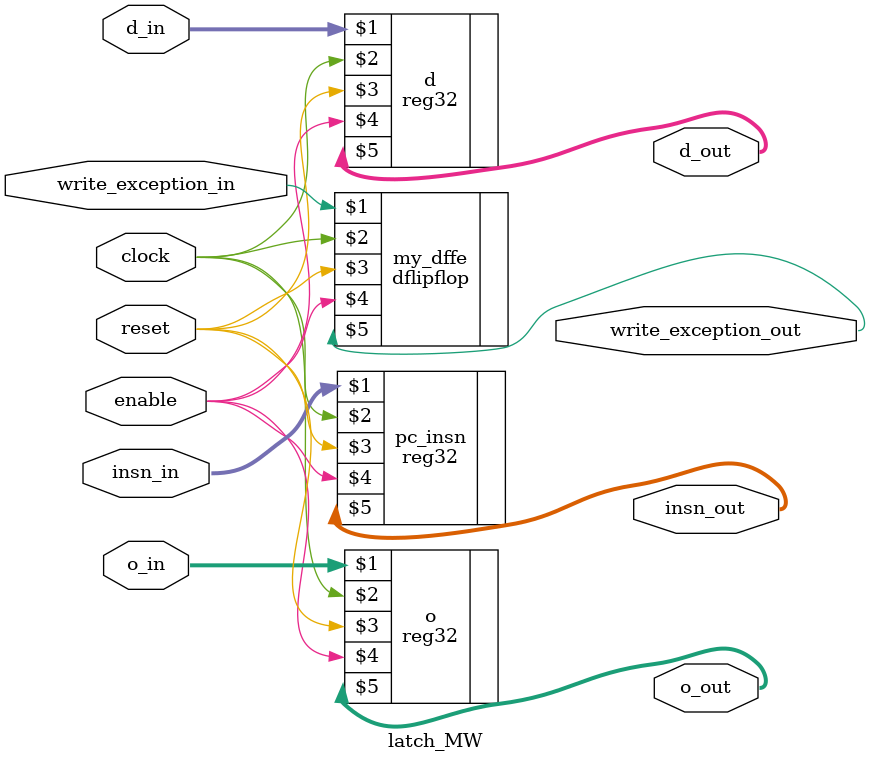
<source format=v>
module latch_PC(clock, reset, enable, pc_in, pc_out);

	input [31:0] pc_in;
	input clock, reset, enable;
	output [31:0] pc_out;
	
	reg32_neg pc(pc_in, clock, reset, enable, pc_out);

endmodule


module latch_FD(clock, reset, enable, pc_in, insn_in, pc_out, insn_out);

	input  [31:0] insn_in, pc_in;
	input  clock, reset, enable;
	output [31:0] pc_out, insn_out;
	
	reg32 pc_address(pc_in, clock, reset, enable, pc_out);
	reg32 pc_insn(insn_in, clock, reset, enable, insn_out);


endmodule

module latch_DX(clock, reset, enable, pc_in, insn_in, pc_out, insn_out, a_in, b_in, a_out, b_out);
	
	input  [31:0]  pc_in, insn_in, a_in, b_in;
	input  clock, reset, enable;
	output [31:0] pc_out, insn_out, a_out, b_out;
	
	reg32 pc_address(pc_in, clock, reset, enable, pc_out);
	reg32 pc_insn(insn_in, clock, reset, enable, insn_out);
	
	reg32 data_regA(a_in, clock, reset, enable, a_out);
	reg32 data_regB(b_in, clock, reset, enable, b_out);

endmodule

module latch_XM(clock, reset,  enable, write_exception_in, write_exception_out, insn_in, insn_out, o_in, b_in, o_out, b_out);

	input  [31:0] insn_in, o_in, b_in;
	input  clock, reset, enable, write_exception_in;
	output [31:0] insn_out, o_out, b_out;
	output write_exception_out;
	
	reg32 pc_insn(insn_in, clock, reset, enable, insn_out);
	
	reg32 o(o_in, clock, reset, enable, o_out);
	reg32 b(b_in, clock, reset, enable, b_out);
	
	dflipflop my_dffe(write_exception_in, clock, reset, enable, write_exception_out);
	

endmodule

module latch_MW(clock, reset, enable, write_exception_in, write_exception_out, insn_in, insn_out, o_in, d_in, o_out, d_out);

	input  [31:0] insn_in, o_in, d_in;
	input  clock, reset, enable, write_exception_in;
	output [31:0] insn_out, o_out, d_out;
	output write_exception_out;
	
	reg32 pc_insn(insn_in, clock, reset, enable, insn_out);
	
	reg32 o(o_in, clock, reset, enable, o_out);
	reg32 d(d_in, clock, reset, enable, d_out);
	
	dflipflop my_dffe(write_exception_in, clock, reset, enable, write_exception_out);

endmodule

</source>
